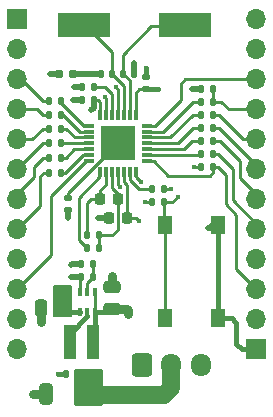
<source format=gtl>
G04 #@! TF.GenerationSoftware,KiCad,Pcbnew,7.0.1*
G04 #@! TF.CreationDate,2023-04-11T16:46:24+02:00*
G04 #@! TF.ProjectId,AFE_03,4146455f-3033-42e6-9b69-6361645f7063,rev?*
G04 #@! TF.SameCoordinates,Original*
G04 #@! TF.FileFunction,Copper,L1,Top*
G04 #@! TF.FilePolarity,Positive*
%FSLAX46Y46*%
G04 Gerber Fmt 4.6, Leading zero omitted, Abs format (unit mm)*
G04 Created by KiCad (PCBNEW 7.0.1) date 2023-04-11 16:46:24*
%MOMM*%
%LPD*%
G01*
G04 APERTURE LIST*
G04 Aperture macros list*
%AMRoundRect*
0 Rectangle with rounded corners*
0 $1 Rounding radius*
0 $2 $3 $4 $5 $6 $7 $8 $9 X,Y pos of 4 corners*
0 Add a 4 corners polygon primitive as box body*
4,1,4,$2,$3,$4,$5,$6,$7,$8,$9,$2,$3,0*
0 Add four circle primitives for the rounded corners*
1,1,$1+$1,$2,$3*
1,1,$1+$1,$4,$5*
1,1,$1+$1,$6,$7*
1,1,$1+$1,$8,$9*
0 Add four rect primitives between the rounded corners*
20,1,$1+$1,$2,$3,$4,$5,0*
20,1,$1+$1,$4,$5,$6,$7,0*
20,1,$1+$1,$6,$7,$8,$9,0*
20,1,$1+$1,$8,$9,$2,$3,0*%
G04 Aperture macros list end*
G04 #@! TA.AperFunction,SMDPad,CuDef*
%ADD10RoundRect,0.008100X-0.421900X-0.126900X0.421900X-0.126900X0.421900X0.126900X-0.421900X0.126900X0*%
G04 #@! TD*
G04 #@! TA.AperFunction,SMDPad,CuDef*
%ADD11RoundRect,0.008100X0.126900X-0.421900X0.126900X0.421900X-0.126900X0.421900X-0.126900X-0.421900X0*%
G04 #@! TD*
G04 #@! TA.AperFunction,SMDPad,CuDef*
%ADD12R,3.000000X3.000000*%
G04 #@! TD*
G04 #@! TA.AperFunction,SMDPad,CuDef*
%ADD13R,1.000000X2.900000*%
G04 #@! TD*
G04 #@! TA.AperFunction,SMDPad,CuDef*
%ADD14RoundRect,0.250000X0.475000X-0.250000X0.475000X0.250000X-0.475000X0.250000X-0.475000X-0.250000X0*%
G04 #@! TD*
G04 #@! TA.AperFunction,SMDPad,CuDef*
%ADD15R,1.300000X1.550000*%
G04 #@! TD*
G04 #@! TA.AperFunction,SMDPad,CuDef*
%ADD16RoundRect,0.135000X-0.135000X-0.185000X0.135000X-0.185000X0.135000X0.185000X-0.135000X0.185000X0*%
G04 #@! TD*
G04 #@! TA.AperFunction,SMDPad,CuDef*
%ADD17RoundRect,0.225000X-0.225000X-0.250000X0.225000X-0.250000X0.225000X0.250000X-0.225000X0.250000X0*%
G04 #@! TD*
G04 #@! TA.AperFunction,ComponentPad*
%ADD18RoundRect,0.250000X-0.600000X-0.725000X0.600000X-0.725000X0.600000X0.725000X-0.600000X0.725000X0*%
G04 #@! TD*
G04 #@! TA.AperFunction,ComponentPad*
%ADD19O,1.700000X1.950000*%
G04 #@! TD*
G04 #@! TA.AperFunction,SMDPad,CuDef*
%ADD20RoundRect,0.250000X0.325000X0.650000X-0.325000X0.650000X-0.325000X-0.650000X0.325000X-0.650000X0*%
G04 #@! TD*
G04 #@! TA.AperFunction,SMDPad,CuDef*
%ADD21RoundRect,0.140000X0.140000X0.170000X-0.140000X0.170000X-0.140000X-0.170000X0.140000X-0.170000X0*%
G04 #@! TD*
G04 #@! TA.AperFunction,SMDPad,CuDef*
%ADD22RoundRect,0.140000X-0.140000X-0.170000X0.140000X-0.170000X0.140000X0.170000X-0.140000X0.170000X0*%
G04 #@! TD*
G04 #@! TA.AperFunction,SMDPad,CuDef*
%ADD23R,4.500000X2.000000*%
G04 #@! TD*
G04 #@! TA.AperFunction,SMDPad,CuDef*
%ADD24RoundRect,0.225000X0.225000X0.250000X-0.225000X0.250000X-0.225000X-0.250000X0.225000X-0.250000X0*%
G04 #@! TD*
G04 #@! TA.AperFunction,SMDPad,CuDef*
%ADD25R,0.400000X0.700000*%
G04 #@! TD*
G04 #@! TA.AperFunction,SMDPad,CuDef*
%ADD26RoundRect,0.250000X0.250000X0.475000X-0.250000X0.475000X-0.250000X-0.475000X0.250000X-0.475000X0*%
G04 #@! TD*
G04 #@! TA.AperFunction,SMDPad,CuDef*
%ADD27RoundRect,0.135000X0.135000X0.185000X-0.135000X0.185000X-0.135000X-0.185000X0.135000X-0.185000X0*%
G04 #@! TD*
G04 #@! TA.AperFunction,SMDPad,CuDef*
%ADD28RoundRect,0.140000X0.170000X-0.140000X0.170000X0.140000X-0.170000X0.140000X-0.170000X-0.140000X0*%
G04 #@! TD*
G04 #@! TA.AperFunction,SMDPad,CuDef*
%ADD29RoundRect,0.155000X0.212500X0.155000X-0.212500X0.155000X-0.212500X-0.155000X0.212500X-0.155000X0*%
G04 #@! TD*
G04 #@! TA.AperFunction,SMDPad,CuDef*
%ADD30RoundRect,0.135000X0.185000X-0.135000X0.185000X0.135000X-0.185000X0.135000X-0.185000X-0.135000X0*%
G04 #@! TD*
G04 #@! TA.AperFunction,ComponentPad*
%ADD31R,1.700000X1.700000*%
G04 #@! TD*
G04 #@! TA.AperFunction,ComponentPad*
%ADD32O,1.700000X1.700000*%
G04 #@! TD*
G04 #@! TA.AperFunction,ViaPad*
%ADD33C,0.450000*%
G04 #@! TD*
G04 #@! TA.AperFunction,Conductor*
%ADD34C,0.750000*%
G04 #@! TD*
G04 #@! TA.AperFunction,Conductor*
%ADD35C,0.250000*%
G04 #@! TD*
G04 #@! TA.AperFunction,Conductor*
%ADD36C,0.500000*%
G04 #@! TD*
G04 #@! TA.AperFunction,Conductor*
%ADD37C,0.400000*%
G04 #@! TD*
G04 #@! TA.AperFunction,Conductor*
%ADD38C,1.500000*%
G04 #@! TD*
G04 APERTURE END LIST*
D10*
X96165000Y-45500000D03*
X96165000Y-46000000D03*
X96165000Y-46500000D03*
X96165000Y-47000000D03*
X96165000Y-47500000D03*
X96165000Y-48000000D03*
X96165000Y-48500000D03*
D11*
X97100000Y-49435000D03*
X97600000Y-49435000D03*
X98100000Y-49435000D03*
X98600000Y-49435000D03*
X99100000Y-49435000D03*
X99600000Y-49435000D03*
X100100000Y-49435000D03*
D10*
X101035000Y-48500000D03*
X101035000Y-48000000D03*
X101035000Y-47500000D03*
X101035000Y-47000000D03*
X101035000Y-46500000D03*
X101035000Y-46000000D03*
X101035000Y-45500000D03*
D11*
X100100000Y-44565000D03*
X99600000Y-44565000D03*
X99100000Y-44565000D03*
X98600000Y-44565000D03*
X98100000Y-44565000D03*
X97600000Y-44565000D03*
X97100000Y-44565000D03*
D12*
X98600000Y-47000000D03*
D13*
X94485000Y-63850000D03*
X96515000Y-63850000D03*
D14*
X98100000Y-61050000D03*
X98100000Y-59150000D03*
D15*
X107050000Y-53875000D03*
X107050000Y-61825000D03*
X102550000Y-53875000D03*
X102550000Y-61825000D03*
D16*
X92730000Y-49500000D03*
X93750000Y-49500000D03*
D17*
X97025000Y-51700000D03*
X98575000Y-51700000D03*
D18*
X100600000Y-65800000D03*
D19*
X103100000Y-65800000D03*
X105600000Y-65800000D03*
D16*
X95990000Y-54800000D03*
X97010000Y-54800000D03*
X93760000Y-45750000D03*
X92740000Y-45750000D03*
D20*
X95475000Y-68200000D03*
X92525000Y-68200000D03*
D16*
X92740000Y-48250000D03*
X93760000Y-48250000D03*
X101495000Y-52000000D03*
X102515000Y-52000000D03*
X92740000Y-47000000D03*
X93760000Y-47000000D03*
D21*
X95180000Y-66500000D03*
X94220000Y-66500000D03*
D16*
X105590000Y-44600000D03*
X106610000Y-44600000D03*
D22*
X97120000Y-41100000D03*
X98080000Y-41100000D03*
D23*
X104250000Y-37000000D03*
X95750000Y-37000000D03*
D24*
X99375000Y-53300000D03*
X97825000Y-53300000D03*
D25*
X96650000Y-59550000D03*
X96000000Y-59550000D03*
X95350000Y-59550000D03*
X95350000Y-61250000D03*
X96000000Y-61250000D03*
X96650000Y-61250000D03*
D16*
X105615000Y-43500000D03*
X106635000Y-43500000D03*
D21*
X99980000Y-41100000D03*
X99020000Y-41100000D03*
D16*
X105590000Y-46800000D03*
X106610000Y-46800000D03*
D26*
X93950000Y-60900000D03*
X92050000Y-60900000D03*
D27*
X106635000Y-49000000D03*
X105615000Y-49000000D03*
D28*
X101000000Y-42380000D03*
X101000000Y-41420000D03*
D21*
X96530000Y-42200000D03*
X95570000Y-42200000D03*
X96530000Y-43300000D03*
X95570000Y-43300000D03*
D16*
X92740000Y-44600000D03*
X93760000Y-44600000D03*
X96510000Y-57200000D03*
X95490000Y-57200000D03*
D29*
X94767500Y-41100000D03*
X93632500Y-41100000D03*
D27*
X96510000Y-58300000D03*
X95490000Y-58300000D03*
D16*
X106635000Y-47900000D03*
X105615000Y-47900000D03*
X92740000Y-43400000D03*
X93760000Y-43400000D03*
X106610000Y-45700000D03*
X105590000Y-45700000D03*
D30*
X94375000Y-51590000D03*
X94375000Y-52610000D03*
D27*
X106635000Y-42400000D03*
X105615000Y-42400000D03*
X102525000Y-50900000D03*
X101505000Y-50900000D03*
D16*
X95990000Y-55900000D03*
X97010000Y-55900000D03*
D31*
X110300000Y-64440000D03*
D32*
X110300000Y-61900000D03*
X110300000Y-59360000D03*
X110300000Y-56820000D03*
X110300000Y-54280000D03*
X110300000Y-51740000D03*
X110300000Y-49200000D03*
X110300000Y-46660000D03*
X110300000Y-44120000D03*
X110300000Y-41580000D03*
X110300000Y-39040000D03*
X110300000Y-36500000D03*
D31*
X90000000Y-36500000D03*
D32*
X90000000Y-39040000D03*
X90000000Y-41580000D03*
X90000000Y-44120000D03*
X90000000Y-46660000D03*
X90000000Y-49200000D03*
X90000000Y-51740000D03*
X90000000Y-54280000D03*
X90000000Y-56820000D03*
X90000000Y-59360000D03*
X90000000Y-61900000D03*
X90000000Y-64440000D03*
D33*
X99400000Y-61650000D03*
X94350000Y-59850000D03*
X93500000Y-59850000D03*
X93500000Y-59300000D03*
X94375000Y-53350000D03*
X96900000Y-53300000D03*
X97500000Y-43050000D03*
X94900000Y-42200000D03*
X100500000Y-50250000D03*
X101000000Y-40600000D03*
X93500000Y-66500000D03*
X106200000Y-54150000D03*
X94600000Y-58300000D03*
X94800000Y-43300000D03*
X98100000Y-58200000D03*
X92050000Y-62150000D03*
X92800000Y-41100000D03*
X91400000Y-68200000D03*
X98400000Y-42250000D03*
X103700000Y-51500000D03*
X96325000Y-44175000D03*
X94350000Y-59300000D03*
X99980000Y-40220000D03*
X94600000Y-57300000D03*
X96200000Y-41100000D03*
X98760000Y-50690000D03*
X100400000Y-53600000D03*
X95850000Y-66350000D03*
X103105000Y-50900000D03*
X96450000Y-67000000D03*
X100905000Y-52000000D03*
X97050000Y-66350000D03*
X99400000Y-61100000D03*
X96450000Y-66350000D03*
X97050000Y-67000000D03*
X95850000Y-67000000D03*
X104852350Y-42430827D03*
X105000000Y-49000000D03*
X102000000Y-42400000D03*
D34*
X99400000Y-61100000D02*
X99400000Y-61450000D01*
D35*
X99400000Y-61450000D02*
X99400000Y-61650000D01*
X99100000Y-42120000D02*
X99100000Y-44565000D01*
X98080000Y-41100000D02*
X99100000Y-42120000D01*
X98600000Y-50530000D02*
X98600000Y-49435000D01*
X98760000Y-50690000D02*
X98600000Y-50530000D01*
X98100000Y-50800000D02*
X98100000Y-49435000D01*
X98575000Y-51275000D02*
X98100000Y-50800000D01*
X98575000Y-51700000D02*
X98575000Y-51275000D01*
X97600000Y-43150000D02*
X97500000Y-43050000D01*
X97600000Y-44565000D02*
X97600000Y-43150000D01*
X98600000Y-42450000D02*
X98600000Y-44565000D01*
X98400000Y-42250000D02*
X98600000Y-42450000D01*
X99600000Y-41650000D02*
X99600000Y-44565000D01*
X99050000Y-41100000D02*
X99600000Y-41650000D01*
X99020000Y-41100000D02*
X99050000Y-41100000D01*
X98100000Y-42800000D02*
X98100000Y-44565000D01*
X97500000Y-42200000D02*
X98100000Y-42800000D01*
X96530000Y-42200000D02*
X97500000Y-42200000D01*
D34*
X99350000Y-61050000D02*
X99400000Y-61100000D01*
X98100000Y-61050000D02*
X99350000Y-61050000D01*
D36*
X106400000Y-54150000D02*
X106675000Y-53875000D01*
D34*
X92525000Y-68200000D02*
X91400000Y-68200000D01*
D37*
X107050000Y-61825000D02*
X108225000Y-61825000D01*
X108600000Y-62200000D02*
X108600000Y-63950000D01*
D35*
X95355660Y-59544340D02*
X95355660Y-58434340D01*
X100100000Y-49850000D02*
X100100000Y-49435000D01*
D36*
X95570000Y-42200000D02*
X94900000Y-42200000D01*
X106675000Y-53875000D02*
X107050000Y-53875000D01*
X92800000Y-41100000D02*
X93632500Y-41100000D01*
D37*
X101000000Y-40600000D02*
X101000000Y-41420000D01*
D35*
X95355660Y-58434340D02*
X95490000Y-58300000D01*
D34*
X98100000Y-58200000D02*
X98100000Y-59150000D01*
X92050000Y-62150000D02*
X92050000Y-60900000D01*
D35*
X95350000Y-59550000D02*
X95355660Y-59544340D01*
D37*
X108225000Y-61825000D02*
X108600000Y-62200000D01*
D36*
X97825000Y-53300000D02*
X96900000Y-53300000D01*
X106200000Y-54150000D02*
X106400000Y-54150000D01*
D37*
X108600000Y-63950000D02*
X109090000Y-64440000D01*
X109090000Y-64440000D02*
X110300000Y-64440000D01*
D36*
X94375000Y-53350000D02*
X94375000Y-52610000D01*
D37*
X94220000Y-66500000D02*
X93500000Y-66500000D01*
D35*
X100500000Y-50250000D02*
X100100000Y-49850000D01*
D36*
X95570000Y-43300000D02*
X94800000Y-43300000D01*
D37*
X107050000Y-61825000D02*
X107050000Y-53875000D01*
D36*
X94600000Y-58300000D02*
X95490000Y-58300000D01*
D35*
X95900000Y-37100000D02*
X95750000Y-37100000D01*
X98080000Y-41100000D02*
X98080000Y-39280000D01*
X98080000Y-39280000D02*
X95900000Y-37100000D01*
X101400000Y-37100000D02*
X99020000Y-39480000D01*
X104250000Y-37100000D02*
X101400000Y-37100000D01*
X99020000Y-39480000D02*
X99020000Y-41100000D01*
X97025000Y-51025000D02*
X97600000Y-50450000D01*
X97600000Y-50450000D02*
X97600000Y-49435000D01*
X97025000Y-51700000D02*
X97025000Y-51025000D01*
X96300000Y-51700000D02*
X97025000Y-51700000D01*
X95990000Y-52010000D02*
X96300000Y-51700000D01*
X95990000Y-54800000D02*
X95990000Y-52010000D01*
X98575000Y-54325000D02*
X98100000Y-54800000D01*
X97010000Y-55900000D02*
X97010000Y-54800000D01*
X98575000Y-51700000D02*
X98575000Y-54325000D01*
X98100000Y-54800000D02*
X97010000Y-54800000D01*
X96000000Y-58810000D02*
X96510000Y-58300000D01*
X96510000Y-58300000D02*
X96510000Y-57200000D01*
X96000000Y-59550000D02*
X96000000Y-58810000D01*
X95300000Y-51605026D02*
X97100000Y-49805026D01*
X97100000Y-49805026D02*
X97100000Y-49435000D01*
X95990000Y-55900000D02*
X95300000Y-55210000D01*
X95300000Y-55210000D02*
X95300000Y-51605026D01*
X99600000Y-50100000D02*
X100400000Y-50900000D01*
X100400000Y-50900000D02*
X101505000Y-50900000D01*
X99600000Y-49435000D02*
X99600000Y-50100000D01*
X102550000Y-61825000D02*
X102550000Y-53875000D01*
X102515000Y-52000000D02*
X103200000Y-52000000D01*
X102515000Y-53840000D02*
X102550000Y-53875000D01*
X103200000Y-52000000D02*
X103700000Y-51500000D01*
X102515000Y-52000000D02*
X102515000Y-53840000D01*
X90000000Y-41580000D02*
X90380000Y-41580000D01*
X90380000Y-41580000D02*
X92200000Y-43400000D01*
X92200000Y-43400000D02*
X92740000Y-43400000D01*
X94900000Y-47500000D02*
X96165000Y-47500000D01*
X94150000Y-48250000D02*
X94900000Y-47500000D01*
X93760000Y-48250000D02*
X94150000Y-48250000D01*
X92200000Y-44600000D02*
X92740000Y-44600000D01*
X90000000Y-44120000D02*
X91720000Y-44120000D01*
X91720000Y-44120000D02*
X92200000Y-44600000D01*
X93760000Y-47000000D02*
X96165000Y-47000000D01*
X90000000Y-46660000D02*
X91340000Y-46660000D01*
X92250000Y-45750000D02*
X92740000Y-45750000D01*
X91340000Y-46660000D02*
X92250000Y-45750000D01*
X93760000Y-45750000D02*
X94200000Y-45750000D01*
X94200000Y-45750000D02*
X94950000Y-46500000D01*
X94950000Y-46500000D02*
X96165000Y-46500000D01*
X90000000Y-49200000D02*
X92200000Y-47000000D01*
X92200000Y-47000000D02*
X92740000Y-47000000D01*
X93975000Y-44600000D02*
X93760000Y-44600000D01*
X95375000Y-46000000D02*
X93975000Y-44600000D01*
X96165000Y-46000000D02*
X95375000Y-46000000D01*
X90000000Y-51312500D02*
X91500000Y-49812500D01*
X90000000Y-51740000D02*
X90000000Y-51312500D01*
X91500000Y-49812500D02*
X91500000Y-49000000D01*
X92250000Y-48250000D02*
X92740000Y-48250000D01*
X91500000Y-49000000D02*
X92250000Y-48250000D01*
X93760000Y-43560000D02*
X93760000Y-43400000D01*
X95700000Y-45500000D02*
X93760000Y-43560000D01*
X96165000Y-45500000D02*
X95700000Y-45500000D01*
X104900000Y-43500000D02*
X105615000Y-43500000D01*
X101035000Y-46000000D02*
X102400000Y-46000000D01*
X102400000Y-46000000D02*
X104900000Y-43500000D01*
X107970000Y-44120000D02*
X110300000Y-44120000D01*
X107350000Y-43500000D02*
X107970000Y-44120000D01*
X106635000Y-43500000D02*
X107350000Y-43500000D01*
X106635000Y-43500000D02*
X106635000Y-42400000D01*
X101035000Y-46500000D02*
X103000000Y-46500000D01*
X104900000Y-44600000D02*
X105590000Y-44600000D01*
X103000000Y-46500000D02*
X104900000Y-44600000D01*
X107100000Y-44600000D02*
X109160000Y-46660000D01*
X106610000Y-44600000D02*
X107100000Y-44600000D01*
X109160000Y-46660000D02*
X110300000Y-46660000D01*
X101600000Y-48500000D02*
X102850000Y-49750000D01*
X101035000Y-48500000D02*
X101600000Y-48500000D01*
X102850000Y-49750000D02*
X106350000Y-49750000D01*
X106635000Y-49465000D02*
X106635000Y-49000000D01*
X106635000Y-49000000D02*
X107050000Y-49000000D01*
X107700000Y-49650000D02*
X107700000Y-52150000D01*
X108600000Y-57660000D02*
X110300000Y-59360000D01*
X106350000Y-49750000D02*
X106635000Y-49465000D01*
X107050000Y-49000000D02*
X107700000Y-49650000D01*
X107700000Y-52150000D02*
X108600000Y-53050000D01*
X108600000Y-53050000D02*
X108600000Y-57660000D01*
X94485000Y-63850000D02*
X94485000Y-63165000D01*
X96000000Y-61650000D02*
X96000000Y-61250000D01*
D37*
X94485000Y-63165000D02*
X96000000Y-61650000D01*
D35*
X96900000Y-43300000D02*
X96530000Y-43300000D01*
D36*
X96325000Y-44175000D02*
X96530000Y-43970000D01*
D35*
X97100000Y-44565000D02*
X97100000Y-43500000D01*
D36*
X94600000Y-57300000D02*
X94700000Y-57200000D01*
X96530000Y-43970000D02*
X96530000Y-43300000D01*
X97120000Y-41100000D02*
X96200000Y-41100000D01*
X99980000Y-40220000D02*
X99980000Y-41100000D01*
X96200000Y-41100000D02*
X94767500Y-41100000D01*
D35*
X97100000Y-43500000D02*
X96900000Y-43300000D01*
D36*
X94700000Y-57200000D02*
X95490000Y-57200000D01*
D37*
X94300000Y-61250000D02*
X93950000Y-60900000D01*
X95350000Y-61250000D02*
X94300000Y-61250000D01*
D35*
X92000000Y-49782500D02*
X92282500Y-49500000D01*
X90000000Y-54280000D02*
X92000000Y-52280000D01*
X92000000Y-52280000D02*
X92000000Y-49782500D01*
X92282500Y-49500000D02*
X92730000Y-49500000D01*
X92900000Y-56460000D02*
X92900000Y-51475000D01*
X95875000Y-48500000D02*
X96165000Y-48500000D01*
X90000000Y-59360000D02*
X92900000Y-56460000D01*
X92900000Y-51475000D02*
X95875000Y-48500000D01*
X108300000Y-49150000D02*
X108300000Y-51800000D01*
X110300000Y-53800000D02*
X110300000Y-54280000D01*
X107050000Y-47900000D02*
X108300000Y-49150000D01*
X106635000Y-47900000D02*
X107050000Y-47900000D01*
X108300000Y-51800000D02*
X110300000Y-53800000D01*
X108900000Y-48500000D02*
X108900000Y-49900000D01*
X110300000Y-51300000D02*
X110300000Y-51740000D01*
X106610000Y-46800000D02*
X107200000Y-46800000D01*
X108900000Y-49900000D02*
X110300000Y-51300000D01*
X107200000Y-46800000D02*
X108900000Y-48500000D01*
X106610000Y-45700000D02*
X107150000Y-45700000D01*
X107150000Y-45700000D02*
X110300000Y-48850000D01*
X110300000Y-48850000D02*
X110300000Y-49200000D01*
X103900000Y-41950000D02*
X104270000Y-41580000D01*
X101035000Y-45500000D02*
X101750000Y-45500000D01*
X103900000Y-43350000D02*
X103900000Y-41950000D01*
X104270000Y-41580000D02*
X110300000Y-41580000D01*
X101750000Y-45500000D02*
X103900000Y-43350000D01*
X95625000Y-48000000D02*
X96165000Y-48000000D01*
X93750000Y-49500000D02*
X94125000Y-49500000D01*
X94125000Y-49500000D02*
X95625000Y-48000000D01*
X94375000Y-51590000D02*
X94375000Y-51225000D01*
X94375000Y-51225000D02*
X98600000Y-47000000D01*
X99375000Y-50525000D02*
X99100000Y-50250000D01*
X99100000Y-50250000D02*
X99100000Y-49435000D01*
X100400000Y-53600000D02*
X100100000Y-53300000D01*
X100100000Y-53300000D02*
X99375000Y-53300000D01*
X99375000Y-53300000D02*
X99375000Y-50525000D01*
D37*
X96650000Y-61250000D02*
X96650000Y-63715000D01*
D35*
X105615000Y-49000000D02*
X105000000Y-49000000D01*
D37*
X96650000Y-61250000D02*
X97900000Y-61250000D01*
D35*
X96650000Y-61250000D02*
X96650000Y-59550000D01*
D37*
X101000000Y-42380000D02*
X101980000Y-42380000D01*
D35*
X100100000Y-44565000D02*
X100100000Y-42700000D01*
X100400000Y-42400000D02*
X100980000Y-42400000D01*
X102525000Y-50900000D02*
X103105000Y-50900000D01*
D36*
X105584173Y-42430827D02*
X105615000Y-42400000D01*
D35*
X100980000Y-42400000D02*
X101000000Y-42380000D01*
D36*
X104852350Y-42430827D02*
X105584173Y-42430827D01*
D34*
X95575000Y-68300000D02*
X95475000Y-68200000D01*
D35*
X100100000Y-42700000D02*
X100400000Y-42400000D01*
X101495000Y-52000000D02*
X100905000Y-52000000D01*
D38*
X103100000Y-67700000D02*
X102500000Y-68300000D01*
D37*
X96650000Y-63715000D02*
X96515000Y-63850000D01*
D38*
X102500000Y-68300000D02*
X97100000Y-68300000D01*
D34*
X97100000Y-68300000D02*
X95575000Y-68300000D01*
D37*
X97900000Y-61250000D02*
X98100000Y-61050000D01*
X101980000Y-42380000D02*
X102000000Y-42400000D01*
D38*
X103100000Y-65800000D02*
X103100000Y-67700000D01*
D35*
X104950000Y-45700000D02*
X105590000Y-45700000D01*
X101035000Y-47000000D02*
X103650000Y-47000000D01*
X103650000Y-47000000D02*
X104950000Y-45700000D01*
X101035000Y-47500000D02*
X104150000Y-47500000D01*
X104150000Y-47500000D02*
X104850000Y-46800000D01*
X104850000Y-46800000D02*
X105590000Y-46800000D01*
X105515000Y-48000000D02*
X105615000Y-47900000D01*
X101035000Y-48000000D02*
X105515000Y-48000000D01*
G04 #@! TA.AperFunction,Conductor*
G36*
X97238000Y-66116613D02*
G01*
X97283387Y-66162000D01*
X97300000Y-66224000D01*
X97300000Y-69076000D01*
X97283387Y-69138000D01*
X97238000Y-69183387D01*
X97176000Y-69200000D01*
X95024000Y-69200000D01*
X94962000Y-69183387D01*
X94916613Y-69138000D01*
X94900000Y-69076000D01*
X94900000Y-66224000D01*
X94916613Y-66162000D01*
X94962000Y-66116613D01*
X95024000Y-66100000D01*
X97176000Y-66100000D01*
X97238000Y-66116613D01*
G37*
G04 #@! TD.AperFunction*
G04 #@! TA.AperFunction,Conductor*
G36*
X94638000Y-59016613D02*
G01*
X94683387Y-59062000D01*
X94700000Y-59124000D01*
X94700000Y-61576000D01*
X94683387Y-61638000D01*
X94638000Y-61683387D01*
X94576000Y-61700000D01*
X93224000Y-61700000D01*
X93162000Y-61683387D01*
X93116613Y-61638000D01*
X93100000Y-61576000D01*
X93100000Y-59124000D01*
X93116613Y-59062000D01*
X93162000Y-59016613D01*
X93224000Y-59000000D01*
X94576000Y-59000000D01*
X94638000Y-59016613D01*
G37*
G04 #@! TD.AperFunction*
M02*

</source>
